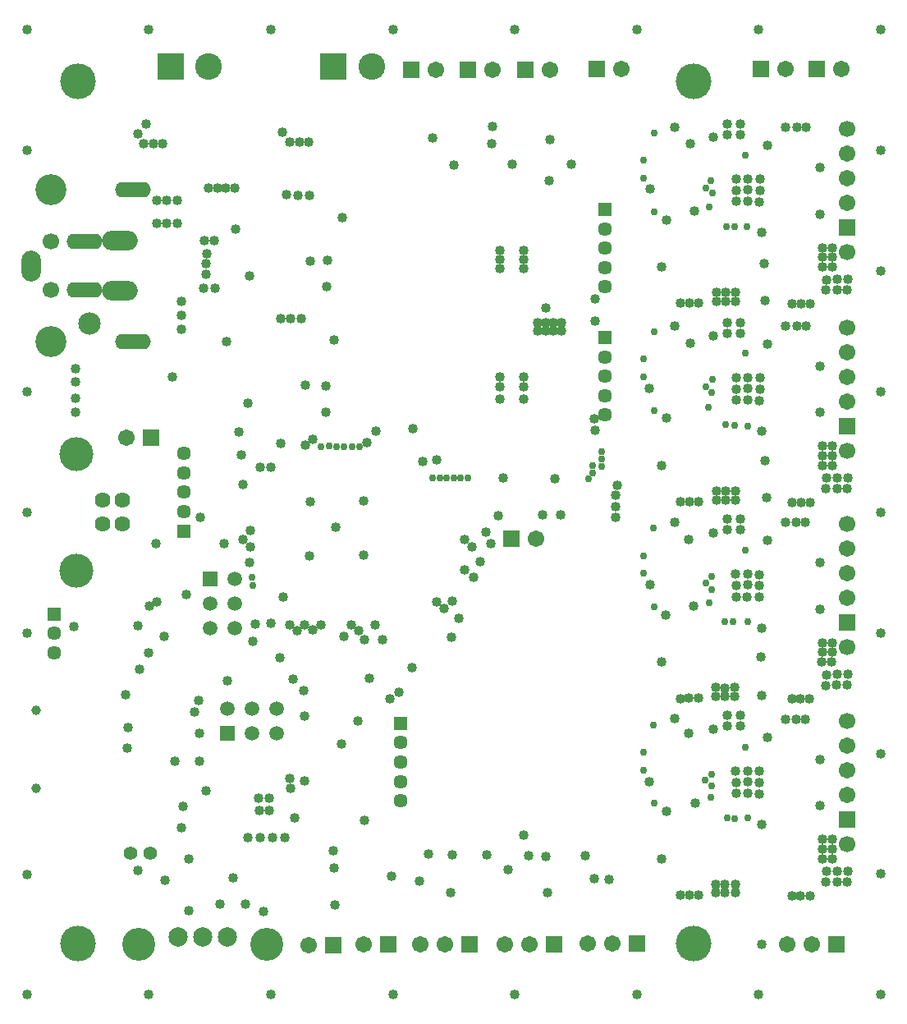
<source format=gbr>
G04 DipTrace 2.4.0.1*
%INBottomMask.gbr*%
%MOIN*%
%ADD14C,0.04*%
%ADD44R,0.0591X0.0591*%
%ADD46C,0.0591*%
%ADD102C,0.0669*%
%ADD103C,0.1339*%
%ADD104C,0.0394*%
%ADD105C,0.145*%
%ADD114C,0.03*%
%ADD155C,0.0552*%
%ADD173C,0.0572*%
%ADD175C,0.0572*%
%ADD177R,0.0572X0.0572*%
%ADD201C,0.0785*%
%ADD203C,0.108*%
%ADD207R,0.108X0.108*%
%ADD209C,0.0671*%
%ADD212R,0.0671X0.0671*%
%ADD216C,0.1379*%
%ADD220C,0.0639*%
%ADD223C,0.0907*%
%ADD227C,0.1261*%
%ADD229O,0.1458X0.0789*%
%ADD232O,0.1458X0.0631*%
%ADD236O,0.0789X0.1261*%
%FSLAX44Y44*%
G04*
G70*
G90*
G75*
G01*
%LNBotMask*%
%LPD*%
D14*
X4493Y10413D3*
X5000Y13610D3*
X7420Y9880D3*
X6330Y25480D3*
X19960Y5480D3*
X23460Y5130D3*
X19960Y5480D3*
X17040Y16340D3*
X24325Y19775D3*
Y20225D3*
X17350Y16080D3*
X18830Y17975D3*
X6020Y5050D3*
X6900Y16650D3*
X9460Y17950D3*
X11700Y11720D3*
X11660Y12750D3*
X4430Y12590D3*
X10830Y16570D3*
X17700Y6080D3*
X18200Y17660D3*
X17950Y15680D3*
X8870Y31500D3*
X17610Y4540D3*
X18550Y17350D3*
X17680Y16380D3*
X8525Y26925D3*
X6700Y7200D3*
X6760Y8060D3*
X5360Y14280D3*
X7371Y12359D3*
X23500Y27770D3*
X16475Y22045D3*
X23490Y28660D3*
X23470Y23310D3*
X17050Y22120D3*
X23450Y23790D3*
X24325Y20700D3*
X24395Y21080D3*
X16900Y35190D3*
X19290Y34960D3*
X21650Y35110D3*
X2370Y25820D3*
Y25280D3*
X4930Y15390D3*
X7790Y33160D3*
X30170Y33510D3*
Y33050D3*
X30150Y32580D3*
X29690Y33080D3*
Y33520D3*
X29680Y32610D3*
X29220D3*
X29230Y33050D3*
X29210Y33520D3*
D114*
X28810Y31590D3*
X29150Y31580D3*
X29650D3*
X28130Y32380D3*
X28240Y32940D3*
X28000Y33150D3*
X28180Y33460D3*
X29590Y34500D3*
D14*
X30500Y34890D3*
X28290Y35210D3*
X32630Y33980D3*
X32620Y32100D3*
X30260Y31340D3*
X28410Y28560D3*
Y28920D3*
X29180D3*
X28770Y28560D3*
Y28910D3*
X29180Y28560D3*
X29400Y35330D3*
X28850D3*
X29400Y35760D3*
X28850D3*
X32040Y35620D3*
X31670D3*
X31230D3*
X26730Y35630D3*
D114*
X25893Y32195D3*
X25453Y33555D3*
Y34275D3*
X25873Y35385D3*
D14*
X26380Y31870D3*
X9890Y6790D3*
X10940Y32880D3*
X11410Y32870D3*
X11900Y32850D3*
X13210Y31950D3*
X11930Y30190D3*
X12610Y30210D3*
X12600Y29150D3*
X9440Y29580D3*
X7610Y31010D3*
X8030D3*
X7590Y29100D3*
X8060Y29080D3*
X7700Y29670D3*
Y30080D3*
X7710Y30490D3*
X10770Y35410D3*
X11100Y35020D3*
X11470Y35010D3*
X11860Y35020D3*
X5140Y34950D3*
X5540D3*
X5930D3*
X4910Y35340D3*
X12550Y25110D3*
Y24040D3*
X11720Y25160D3*
X9370Y24410D3*
X9400Y6790D3*
X10730Y27860D3*
X11130D3*
X11540Y27850D3*
X12870Y27000D3*
X19320Y35650D3*
X17750Y34080D3*
X20110Y34110D3*
X33133Y30735D3*
X33123Y30345D3*
X33113Y29945D3*
X32733Y30735D3*
X32723Y30345D3*
X32713Y29945D3*
X32883Y29435D3*
X33753Y29445D3*
X33333D3*
X32863Y29005D3*
X33733Y29015D3*
X33313D3*
X31483Y28445D3*
X32213Y28455D3*
X31843D3*
X26953Y28475D3*
X27683Y28485D3*
X27313D3*
X33133Y22675D3*
X26193Y29955D3*
X33123Y22285D3*
X33113Y21885D3*
X32733Y22675D3*
X32723Y22285D3*
X32713Y21885D3*
X32883Y21375D3*
X33753Y21385D3*
X33333D3*
X30170Y25450D3*
Y24990D3*
X30150Y24520D3*
X29690Y25020D3*
Y25460D3*
X29680Y24550D3*
X29220D3*
X29230Y24990D3*
X29210Y25460D3*
D114*
X28800Y23540D3*
X29140Y23510D3*
X29670Y23500D3*
X28090Y24270D3*
X28220Y24860D3*
X28000Y25090D3*
X28240Y25390D3*
X29590Y26440D3*
D14*
X30500Y26830D3*
X28290Y27150D3*
X32630Y25920D3*
X32620Y24040D3*
X30260Y23280D3*
X28410Y20500D3*
Y20860D3*
X29180D3*
X28770Y20500D3*
Y20850D3*
X29180Y20500D3*
X29400Y27270D3*
X28850D3*
X29400Y27700D3*
X28850D3*
X32040Y27560D3*
X31670D3*
X31230D3*
X26730Y27570D3*
D114*
X25893Y24135D3*
X25453Y25495D3*
Y26215D3*
X25873Y27325D3*
D14*
X26380Y23810D3*
X32863Y20945D3*
X33733Y20955D3*
X33313D3*
X31483Y20385D3*
X32213Y20395D3*
X31843D3*
X26953Y20415D3*
X27683Y20425D3*
X27313D3*
X26193Y21895D3*
X33120Y14695D3*
X33110Y14305D3*
X33100Y13905D3*
X32720Y14695D3*
X32710Y14305D3*
X32700Y13905D3*
X32870Y13395D3*
X33740Y13405D3*
X33320D3*
X30157Y17469D3*
Y17009D3*
X30137Y16539D3*
X29677Y17039D3*
Y17479D3*
X29667Y16569D3*
X29207D3*
X29217Y17009D3*
X29197Y17479D3*
D114*
X28750Y15550D3*
X29100Y15540D3*
X29690Y15550D3*
X28130Y16320D3*
X28220Y16870D3*
X27987Y17109D3*
X28220Y17400D3*
X29577Y18459D3*
D14*
X30487Y18849D3*
X28277Y19169D3*
X32617Y17939D3*
X32607Y16059D3*
X30247Y15299D3*
X28397Y12519D3*
Y12879D3*
X29167D3*
X28757Y12519D3*
Y12869D3*
X29167Y12519D3*
X29387Y19289D3*
X28837D3*
X29387Y19719D3*
X28837D3*
X32027Y19579D3*
X31657D3*
X31217D3*
X26717Y19589D3*
D114*
X25880Y16155D3*
X25440Y17515D3*
Y18235D3*
X25860Y19345D3*
D14*
X26367Y15829D3*
X32850Y12965D3*
X33720Y12975D3*
X33300D3*
X31470Y12405D3*
X32200Y12415D3*
X31830D3*
X26940Y12435D3*
X27670Y12445D3*
X27300D3*
X26180Y13915D3*
X33123Y6715D3*
X33113Y6325D3*
X33103Y5925D3*
X32723Y6715D3*
X32713Y6325D3*
X32703Y5925D3*
X32873Y5415D3*
X33743Y5425D3*
X33323D3*
X30160Y9490D3*
Y9030D3*
X30140Y8560D3*
X29680Y9060D3*
Y9500D3*
X29670Y8590D3*
X29210D3*
X29220Y9030D3*
X29200Y9500D3*
D114*
X28840Y7580D3*
X29160Y7560D3*
X29670Y7580D3*
X28170Y8420D3*
X28225Y8900D3*
X27950Y9125D3*
X28225Y9350D3*
X29590Y10470D3*
D14*
X30490Y10870D3*
X28280Y11190D3*
X32620Y9960D3*
X32610Y8080D3*
X30250Y7320D3*
X28400Y4540D3*
Y4900D3*
X29170D3*
X28760Y4540D3*
Y4890D3*
X29170Y4540D3*
X29390Y11310D3*
X28840D3*
X29390Y11740D3*
X28840D3*
X32030Y11600D3*
X31660D3*
X31220D3*
X26720Y11610D3*
D114*
X25883Y8175D3*
X25443Y9535D3*
Y10255D3*
X25863Y11365D3*
D14*
X26370Y7850D3*
X32853Y4985D3*
X33723Y4995D3*
X33303D3*
X31473Y4425D3*
X32203Y4435D3*
X31833D3*
X26943Y4455D3*
X27673Y4465D3*
X27303D3*
X26183Y5935D3*
X22530Y34130D3*
X19625Y30250D3*
X20575D3*
Y29875D3*
X19625D3*
X20575Y30625D3*
X19625D3*
X21625Y33450D3*
X410Y39590D3*
X8140Y33150D3*
X19100Y6080D3*
X21500Y6025D3*
X10390Y6790D3*
X10880Y6780D3*
X8490Y33150D3*
X11275Y7600D3*
X11130Y8780D3*
X11680Y9090D3*
X11100Y9180D3*
X9825Y8375D3*
X4520Y11260D3*
X8840Y33140D3*
X15510Y12700D3*
X15140Y12410D3*
X14850Y14830D3*
X14560Y15410D3*
X14120Y14820D3*
X13900Y15200D3*
X13600Y15425D3*
X13300Y14970D3*
X11700Y15425D3*
X12350D3*
X12025Y15225D3*
X11230Y13220D3*
X14330Y13260D3*
X8540Y13150D3*
X20600Y25475D3*
Y25075D3*
Y24600D3*
X19625Y25475D3*
Y25075D3*
Y24600D3*
X21500Y28300D3*
X21150Y27675D3*
X21475D3*
X21800D3*
X22125D3*
X21150Y27350D3*
X21475D3*
X21800D3*
X22125D3*
X10310Y21820D3*
X9900D3*
X14575Y23275D3*
X10250Y8375D3*
Y7900D3*
X19050Y19175D3*
X18175Y18900D3*
X18475Y18575D3*
X9850Y7875D3*
X10725Y22775D3*
X11725Y22725D3*
X12025Y22950D3*
X14220Y22830D3*
X16070Y23380D3*
X9025Y23250D3*
X9475Y18600D3*
X9180Y18900D3*
X11390Y15200D3*
X11075Y15425D3*
X5375Y16175D3*
X20775Y6070D3*
X16730Y6130D3*
X15225Y5210D3*
X30260Y2460D3*
X24040Y5080D3*
X21555Y4550D3*
X16340Y5020D3*
X13200Y10590D3*
X12850Y6260D3*
X10030Y3800D3*
X12925Y4060D3*
X19560Y19870D3*
X21350Y19875D3*
X19740Y21390D3*
X9675Y15450D3*
X10325Y15475D3*
X9125Y22325D3*
X21860Y21360D3*
X5700Y16360D3*
X5980Y14970D3*
X5640Y18710D3*
X2325Y15350D3*
X23100Y6050D3*
X6990Y3825D3*
X8255Y4075D3*
X9300Y4100D3*
X7410Y11010D3*
X10675Y14100D3*
X9575Y14750D3*
X9180Y21110D3*
X9475Y19250D3*
X7670Y8700D3*
X6675Y28550D3*
X6700Y27975D3*
Y27425D3*
X6100Y32650D3*
X6075Y31725D3*
X6525D3*
Y32650D3*
X5700D3*
X5675Y31725D3*
X410Y410D3*
X35090Y39590D3*
Y410D3*
X4930Y5460D3*
X6970Y5920D3*
X8790Y5140D3*
X13860Y11520D3*
X12870Y5560D3*
X14110Y7490D3*
X6430Y9880D3*
X12960Y19400D3*
X11910Y20430D3*
X14070Y20460D3*
Y18250D3*
X11870Y18230D3*
X410Y5300D3*
Y15100D3*
Y20000D3*
Y24900D3*
Y34690D3*
X35090D3*
Y29790D3*
Y24900D3*
X5360Y39590D3*
X35090Y20000D3*
Y15100D3*
Y10200D3*
Y5310D3*
X10320Y39590D3*
X15270D3*
X20230D3*
X25180D3*
X30130D3*
X5360Y410D3*
X10320D3*
X15270D3*
X20230D3*
X25180D3*
X30130D3*
X20570Y6890D3*
X7210Y11880D3*
X16040Y13680D3*
X17640Y14920D3*
D114*
X16870Y21400D3*
D14*
X19240Y18710D3*
X22080Y19890D3*
X25700Y9070D3*
X27560Y8180D3*
X27300Y11030D3*
X25710Y17060D3*
X27290Y18900D3*
X30250Y12540D3*
X30210Y14130D3*
X27480Y16180D3*
X30460Y20590D3*
X30390Y22080D3*
X25700Y25020D3*
X27340Y26860D3*
X30350Y30100D3*
X30400Y28600D3*
X25720Y33130D3*
X27360Y34970D3*
X27510Y32210D3*
X5260Y35760D3*
X7460Y19800D3*
X8410Y18730D3*
X2370Y24610D3*
Y24040D3*
D114*
X12350Y22670D3*
X12670Y22680D3*
X12980Y22670D3*
X13290D3*
X13610D3*
X13920Y22660D3*
X9560Y17360D3*
X9600Y17030D3*
X17170Y21400D3*
X17460D3*
X18020D3*
X17740D3*
X18320D3*
X23750Y22450D3*
Y22150D3*
X23740Y21850D3*
X23390Y21880D3*
X23380Y21590D3*
X23220Y21340D3*
D236*
X590Y30000D3*
D232*
X2756Y30984D3*
D229*
X4193Y28976D3*
Y31024D3*
D232*
X2756Y29016D3*
D227*
X1378Y26929D3*
Y33071D3*
D232*
X4724Y26929D3*
Y33071D3*
D223*
X2953Y27638D3*
D102*
X1378Y30984D3*
Y29016D3*
D220*
X4285Y19508D3*
Y20492D3*
X3498D3*
Y19508D3*
D216*
X2431Y22370D3*
Y17630D3*
D212*
X33720Y31550D3*
D209*
Y32550D3*
Y33550D3*
Y34550D3*
D212*
Y23490D3*
D209*
Y24490D3*
Y25490D3*
Y26490D3*
D212*
X33707Y15509D3*
D209*
Y16509D3*
Y17509D3*
Y18509D3*
D212*
X33710Y7530D3*
D209*
Y8530D3*
Y9530D3*
Y10530D3*
D207*
X6240Y38080D3*
D203*
X7800D3*
D207*
X12850D3*
D203*
X14410D3*
D212*
X16010Y37950D3*
D209*
X17010D3*
D212*
X33290Y2450D3*
D209*
X32290D3*
X31290D3*
D212*
X25200Y2480D3*
D209*
X24200D3*
X23200D3*
D212*
X21830Y2450D3*
D209*
X20830D3*
X19830D3*
D212*
X18370D3*
D209*
X17370D3*
X16370D3*
D212*
X15090Y2440D3*
D209*
X14090D3*
D212*
X12860Y2430D3*
D209*
X11860D3*
D201*
X8550Y2750D3*
X7550D3*
X6550D3*
D103*
X10148Y2451D3*
X4952D3*
D212*
X20650Y37970D3*
D209*
X21650D3*
D212*
X18320D3*
D209*
X19320D3*
D212*
X32490Y37990D3*
D209*
X33490D3*
D212*
X30230Y37980D3*
D209*
X31230D3*
D212*
X23560Y37990D3*
D209*
X24560D3*
D104*
X799Y11949D3*
Y8799D3*
D177*
X23900Y27090D3*
D173*
Y26303D3*
Y25515D3*
D175*
Y24728D3*
Y23940D3*
D177*
Y32290D3*
D173*
Y31503D3*
Y30715D3*
D175*
Y29928D3*
Y29140D3*
D177*
X1520Y15870D3*
D173*
Y15081D3*
Y14292D3*
D177*
X6775Y19230D3*
D173*
Y20017D3*
Y20805D3*
D175*
Y21592D3*
Y22380D3*
D44*
X7840Y17300D3*
D46*
X8840D3*
X7840Y16300D3*
X8840D3*
X7840Y15300D3*
X8840D3*
D212*
X20075Y18925D3*
D209*
X21075D3*
D44*
X8540Y11010D3*
D46*
Y12010D3*
X9540Y11010D3*
Y12010D3*
X10540Y11010D3*
Y12010D3*
D212*
X5460Y23020D3*
D209*
X4460D3*
D177*
X15580Y11430D3*
D173*
Y10643D3*
Y9855D3*
D175*
Y9068D3*
Y8280D3*
D155*
X4630Y6150D3*
X5420Y6160D3*
D105*
X2500Y2500D3*
X27500D3*
Y37500D3*
X2500D3*
D102*
X33723Y30545D3*
Y35555D3*
Y22485D3*
Y27495D3*
X33710Y14505D3*
Y19515D3*
X33713Y6525D3*
Y11535D3*
M02*

</source>
